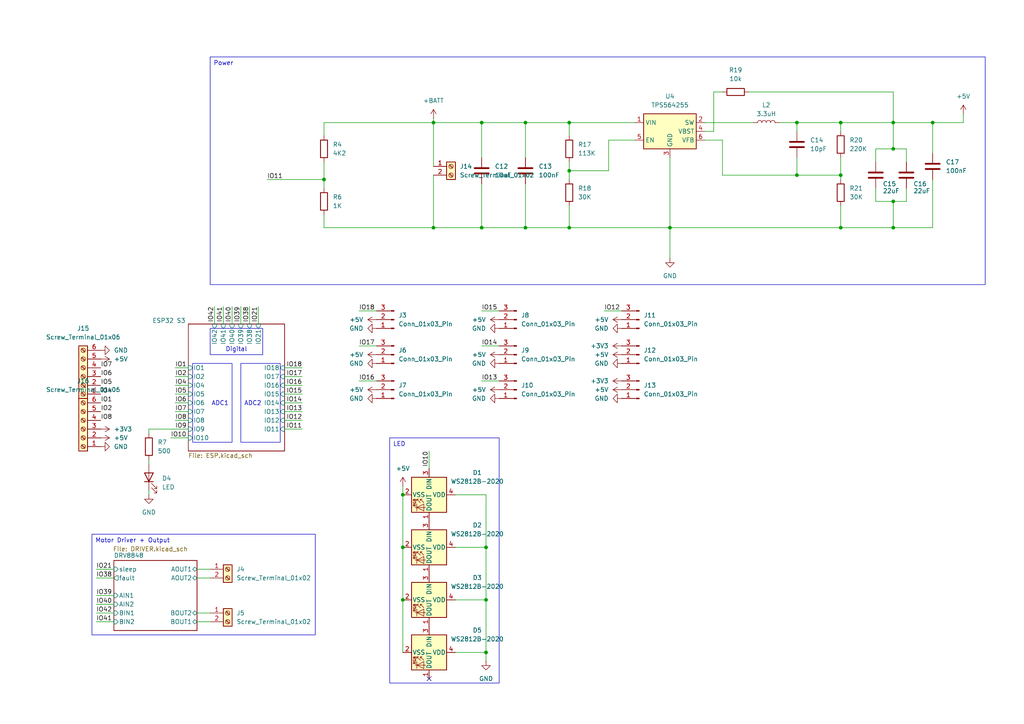
<source format=kicad_sch>
(kicad_sch (version 20250114) (generator "eeschema") (generator_version "9.0")
  (paper "A4")
  (lib_symbols
    (symbol "Connector:Conn_01x03_Pin" (pin_names (offset 1.016) (hide yes))
      (property "Reference" "J" (at 0 5.08 0))
      (property "Value" "Conn_01x03_Pin" (at 0 -5.08 0))
      (symbol "Conn_01x03_Pin_1_1"
        (rectangle (start 0.8636 2.667) (end 0 2.413) (stroke (width 0.1524)) (fill (type outline)))
        (rectangle (start 0.8636 0.127) (end 0 -0.127) (stroke (width 0.1524)) (fill (type outline)))
        (rectangle (start 0.8636 -2.413) (end 0 -2.667) (stroke (width 0.1524)) (fill (type outline)))
        (polyline (pts (xy 1.27 2.54) (xy 0.8636 2.54)) (stroke (width 0.1524)))
        (polyline (pts (xy 1.27 0) (xy 0.8636 0)) (stroke (width 0.1524)))
        (polyline (pts (xy 1.27 -2.54) (xy 0.8636 -2.54)) (stroke (width 0.1524)))
        (pin passive line (at 5.08 2.54 180) (length 3.81) (name "Pin_1") (number "1"))
        (pin passive line (at 5.08 0 180) (length 3.81) (name "Pin_2") (number "2"))
        (pin passive line (at 5.08 -2.54 180) (length 3.81) (name "Pin_3") (number "3"))
      )
    )
    (symbol "Connector:Screw_Terminal_01x02" (pin_names (offset 1.016) (hide yes))
      (property "Reference" "J" (at 0 2.54 0))
      (property "Value" "Screw_Terminal_01x02" (at 0 -5.08 0))
      (symbol "Screw_Terminal_01x02_1_1"
        (rectangle (start -1.27 1.27) (end 1.27 -3.81) (stroke (width 0.254)) (fill (type background)))
        (polyline (pts (xy -0.5334 0.3302) (xy 0.3302 -0.508)) (stroke (width 0.1524)))
        (polyline (pts (xy -0.5334 -2.2098) (xy 0.3302 -3.048)) (stroke (width 0.1524)))
        (polyline (pts (xy -0.3556 0.508) (xy 0.508 -0.3302)) (stroke (width 0.1524)))
        (polyline (pts (xy -0.3556 -2.032) (xy 0.508 -2.8702)) (stroke (width 0.1524)))
        (circle (center 0 0) (radius 0.635) (stroke (width 0.1524)))
        (circle (center 0 -2.54) (radius 0.635) (stroke (width 0.1524)))
        (pin passive line (at -5.08 0 0) (length 3.81) (name "Pin_1") (number "1"))
        (pin passive line (at -5.08 -2.54 0) (length 3.81) (name "Pin_2") (number "2"))
      )
    )
    (symbol "Connector:Screw_Terminal_01x06" (pin_names (offset 1.016) (hide yes))
      (property "Reference" "J" (at 0 7.62 0))
      (property "Value" "Screw_Terminal_01x06" (at 0 -10.16 0))
      (symbol "Screw_Terminal_01x06_1_1"
        (rectangle (start -1.27 6.35) (end 1.27 -8.89) (stroke (width 0.254)) (fill (type background)))
        (polyline (pts (xy -0.5334 5.4102) (xy 0.3302 4.572)) (stroke (width 0.1524)))
        (polyline (pts (xy -0.5334 2.8702) (xy 0.3302 2.032)) (stroke (width 0.1524)))
        (polyline (pts (xy -0.5334 0.3302) (xy 0.3302 -0.508)) (stroke (width 0.1524)))
        (polyline (pts (xy -0.5334 -2.2098) (xy 0.3302 -3.048)) (stroke (width 0.1524)))
        (polyline (pts (xy -0.5334 -4.7498) (xy 0.3302 -5.588)) (stroke (width 0.1524)))
        (polyline (pts (xy -0.5334 -7.2898) (xy 0.3302 -8.128)) (stroke (width 0.1524)))
        (polyline (pts (xy -0.3556 5.588) (xy 0.508 4.7498)) (stroke (width 0.1524)))
        (polyline (pts (xy -0.3556 3.048) (xy 0.508 2.2098)) (stroke (width 0.1524)))
        (polyline (pts (xy -0.3556 0.508) (xy 0.508 -0.3302)) (stroke (width 0.1524)))
        (polyline (pts (xy -0.3556 -2.032) (xy 0.508 -2.8702)) (stroke (width 0.1524)))
        (polyline (pts (xy -0.3556 -4.572) (xy 0.508 -5.4102)) (stroke (width 0.1524)))
        (polyline (pts (xy -0.3556 -7.112) (xy 0.508 -7.9502)) (stroke (width 0.1524)))
        (circle (center 0 5.08) (radius 0.635) (stroke (width 0.1524)))
        (circle (center 0 2.54) (radius 0.635) (stroke (width 0.1524)))
        (circle (center 0 0) (radius 0.635) (stroke (width 0.1524)))
        (circle (center 0 -2.54) (radius 0.635) (stroke (width 0.1524)))
        (circle (center 0 -5.08) (radius 0.635) (stroke (width 0.1524)))
        (circle (center 0 -7.62) (radius 0.635) (stroke (width 0.1524)))
        (pin passive line (at -5.08 5.08 0) (length 3.81) (name "Pin_1") (number "1"))
        (pin passive line (at -5.08 2.54 0) (length 3.81) (name "Pin_2") (number "2"))
        (pin passive line (at -5.08 0 0) (length 3.81) (name "Pin_3") (number "3"))
        (pin passive line (at -5.08 -2.54 0) (length 3.81) (name "Pin_4") (number "4"))
        (pin passive line (at -5.08 -5.08 0) (length 3.81) (name "Pin_5") (number "5"))
        (pin passive line (at -5.08 -7.62 0) (length 3.81) (name "Pin_6") (number "6"))
      )
    )
    (symbol "Device:C" (pin_numbers (hide yes)) (pin_names (offset 0.254))
      (property "Reference" "C" (at 0.635 2.54 0))
      (property "Value" "C" (at 0.635 -2.54 0))
      (symbol "C_0_1"
        (polyline (pts (xy -2.032 0.762) (xy 2.032 0.762)) (stroke (width 0.508)))
        (polyline (pts (xy -2.032 -0.762) (xy 2.032 -0.762)) (stroke (width 0.508)))
      )
      (symbol "C_1_1"
        (pin passive line (at 0 3.81 270) (length 2.794) (name "~") (number "1"))
        (pin passive line (at 0 -3.81 90) (length 2.794) (name "~") (number "2"))
      )
    )
    (symbol "Device:L" (pin_numbers (hide yes)) (pin_names (offset 1.016) (hide yes))
      (property "Reference" "L" (at -1.27 0 90))
      (property "Value" "L" (at 1.905 0 90))
      (symbol "L_0_1"
        (arc (start 0 2.54) (mid 0.6323 1.905) (end 0 1.27))
        (arc (start 0 1.27) (mid 0.6323 0.635) (end 0 0))
        (arc (start 0 0) (mid 0.6323 -0.635) (end 0 -1.27))
        (arc (start 0 -1.27) (mid 0.6323 -1.905) (end 0 -2.54))
      )
      (symbol "L_1_1"
        (pin passive line (at 0 3.81 270) (length 1.27) (name "1") (number "1"))
        (pin passive line (at 0 -3.81 90) (length 1.27) (name "2") (number "2"))
      )
    )
    (symbol "Device:LED" (pin_numbers (hide yes)) (pin_names (offset 1.016) (hide yes))
      (property "Reference" "D" (at 0 2.54 0))
      (property "Value" "LED" (at 0 -2.54 0))
      (symbol "LED_0_1"
        (polyline (pts (xy -3.048 -0.762) (xy -4.572 -2.286) (xy -3.81 -2.286) (xy -4.572 -2.286) (xy -4.572 -1.524)))
        (polyline (pts (xy -1.778 -0.762) (xy -3.302 -2.286) (xy -2.54 -2.286) (xy -3.302 -2.286) (xy -3.302 -1.524)))
        (polyline (pts (xy -1.27 0) (xy 1.27 0)))
        (polyline (pts (xy -1.27 -1.27) (xy -1.27 1.27)) (stroke (width 0.254)))
        (polyline (pts (xy 1.27 -1.27) (xy 1.27 1.27) (xy -1.27 0) (xy 1.27 -1.27)) (stroke (width 0.254)))
      )
      (symbol "LED_1_1"
        (pin passive line (at -3.81 0 0) (length 2.54) (name "K") (number "1"))
        (pin passive line (at 3.81 0 180) (length 2.54) (name "A") (number "2"))
      )
    )
    (symbol "Device:R" (pin_numbers (hide yes)) (pin_names (offset 0))
      (property "Reference" "R" (at 2.032 0 90))
      (property "Value" "R" (at 0 0 90))
      (symbol "R_0_1"
        (rectangle (start -1.016 -2.54) (end 1.016 2.54) (stroke (width 0.254)))
      )
      (symbol "R_1_1"
        (pin passive line (at 0 3.81 270) (length 1.27) (name "~") (number "1"))
        (pin passive line (at 0 -3.81 90) (length 1.27) (name "~") (number "2"))
      )
    )
    (symbol "LED:WS2812B-2020" (pin_names (offset 0.254))
      (property "Reference" "D" (at 5.08 5.715 0))
      (property "Value" "WS2812B-2020" (at 1.27 -5.715 0))
      (symbol "WS2812B-2020_0_0"
        (text "RGB" (at 2.286 -4.191 0) (effects (font (size 0.762 0.762))))
      )
      (symbol "WS2812B-2020_0_1"
        (polyline (pts (xy 1.27 -2.54) (xy 1.778 -2.54)))
        (polyline (pts (xy 1.27 -3.556) (xy 1.778 -3.556)))
        (polyline (pts (xy 2.286 -1.524) (xy 1.27 -2.54) (xy 1.27 -2.032)))
        (polyline (pts (xy 2.286 -2.54) (xy 1.27 -3.556) (xy 1.27 -3.048)))
        (polyline (pts (xy 3.683 -1.016) (xy 3.683 -3.556) (xy 3.683 -4.064)))
        (polyline (pts (xy 4.699 -1.524) (xy 2.667 -1.524) (xy 3.683 -3.556) (xy 4.699 -1.524)))
        (polyline (pts (xy 4.699 -3.556) (xy 2.667 -3.556)))
        (rectangle (start 5.08 5.08) (end -5.08 -5.08) (stroke (width 0.254)) (fill (type background)))
      )
      (symbol "WS2812B-2020_1_1"
        (pin input line (at -7.62 0 0) (length 2.54) (name "DIN") (number "3"))
        (pin power_in line (at 0 7.62 270) (length 2.54) (name "VDD") (number "4"))
        (pin power_in line (at 0 -7.62 90) (length 2.54) (name "VSS") (number "2"))
        (pin output line (at 7.62 0 180) (length 2.54) (name "DOUT") (number "1"))
      )
    )
    (symbol "Regulator_Switching:TPS562202S"
      (property "Reference" "U" (at -7.62 6.35 0))
      (property "Value" "TPS562202S" (at -2.54 6.35 0))
      (symbol "TPS562202S_0_1"
        (rectangle (start -7.62 5.08) (end 7.62 -5.08) (stroke (width 0.254)) (fill (type background)))
      )
      (symbol "TPS562202S_1_1"
        (pin power_in line (at -10.16 2.54 0) (length 2.54) (name "VIN") (number "1"))
        (pin input line (at -10.16 -2.54 0) (length 2.54) (name "EN") (number "5"))
        (pin power_in line (at 0 -7.62 90) (length 2.54) (name "GND") (number "3"))
        (pin output line (at 10.16 2.54 180) (length 2.54) (name "SW") (number "2"))
        (pin passive line (at 10.16 0 180) (length 2.54) (name "VBST") (number "4"))
        (pin input line (at 10.16 -2.54 180) (length 2.54) (name "VFB") (number "6"))
      )
    )
    (symbol "power:+3V3" (power) (pin_numbers (hide yes)) (pin_names (offset 0) (hide yes))
      (property "Value" "+3V3" (at 0 3.556 0))
      (symbol "+3V3_0_1"
        (polyline (pts (xy -0.762 1.27) (xy 0 2.54)))
        (polyline (pts (xy 0 2.54) (xy 0.762 1.27)))
        (polyline (pts (xy 0 0) (xy 0 2.54)))
      )
      (symbol "+3V3_1_1"
        (pin power_in line (at 0 0 90) (length 0) (name "~") (number "1"))
      )
    )
    (symbol "power:+5V" (power) (pin_numbers (hide yes)) (pin_names (offset 0) (hide yes))
      (property "Value" "+5V" (at 0 3.556 0))
      (symbol "+5V_0_1"
        (polyline (pts (xy -0.762 1.27) (xy 0 2.54)))
        (polyline (pts (xy 0 2.54) (xy 0.762 1.27)))
        (polyline (pts (xy 0 0) (xy 0 2.54)))
      )
      (symbol "+5V_1_1"
        (pin power_in line (at 0 0 90) (length 0) (name "~") (number "1"))
      )
    )
    (symbol "power:+BATT" (power) (pin_numbers (hide yes)) (pin_names (offset 0) (hide yes))
      (property "Value" "+BATT" (at 0 3.556 0))
      (symbol "+BATT_0_1"
        (polyline (pts (xy -0.762 1.27) (xy 0 2.54)))
        (polyline (pts (xy 0 2.54) (xy 0.762 1.27)))
        (polyline (pts (xy 0 0) (xy 0 2.54)))
      )
      (symbol "+BATT_1_1"
        (pin power_in line (at 0 0 90) (length 0) (name "~") (number "1"))
      )
    )
    (symbol "power:GND" (power) (pin_numbers (hide yes)) (pin_names (offset 0) (hide yes))
      (property "Value" "GND" (at 0 -3.81 0))
      (symbol "GND_0_1"
        (polyline (pts (xy 0 0) (xy 0 -1.27) (xy 1.27 -1.27) (xy 0 -2.54) (xy -1.27 -1.27) (xy 0 -1.27)))
      )
      (symbol "GND_1_1"
        (pin power_in line (at 0 0 270) (length 0) (name "~") (number "1"))
      )
    )
  )
  (text_box "ADC1\n" (at 55.88 105.41 0) (size 11.43 22.86) (margins 0.9525 0.9525 0.9525 0.9525) (effects (font (size 1.27 1.27)) (justify right)))
  (text_box "LED\n" (at 113.03 127 0) (size 31.75 71.12) (margins 0.9525 0.9525 0.9525 0.9525) (effects (font (size 1.27 1.27)) (justify left top)))
  (text_box "Motor Driver + Output\n" (at 26.67 154.94 0) (size 64.77 29.21) (margins 0.9525 0.9525 0.9525 0.9525) (effects (font (size 1.27 1.27)) (justify left top)))
  (text_box "ADC2\n" (at 69.85 105.41 0) (size 11.43 22.86) (margins 0.9525 0.9525 0.9525 0.9525) (effects (font (size 1.27 1.27)) (justify left)))
  (text_box "Digital" (at 60.96 95.25 0) (size 15.24 7.62) (margins 0.9525 0.9525 0.9525 0.9525) (effects (font (size 1.27 1.27)) (justify bottom)))
  (text_box "Power\n" (at 60.96 16.51 0) (size 224.79 66.04) (margins 0.9525 0.9525 0.9525 0.9525) (effects (font (size 1.27 1.27)) (justify left top)))
  (junction (at 231.14 50.8))
  (junction (at 165.1 35.56))
  (junction (at 243.84 35.56))
  (junction (at 259.08 66.04))
  (junction (at 93.98 52.07))
  (junction (at 125.73 35.56))
  (junction (at 259.08 58.42))
  (junction (at 152.4 66.04))
  (junction (at 116.84 173.99))
  (junction (at 243.84 50.8))
  (junction (at 165.1 49.53))
  (junction (at 194.31 66.04))
  (junction (at 140.97 158.75))
  (junction (at 231.14 35.56))
  (junction (at 152.4 35.56))
  (junction (at 165.1 66.04))
  (junction (at 139.7 66.04))
  (junction (at 116.84 143.51))
  (junction (at 259.08 35.56))
  (junction (at 259.08 43.18))
  (junction (at 139.7 35.56))
  (junction (at 116.84 158.75))
  (junction (at 243.84 66.04))
  (junction (at 140.97 189.23))
  (junction (at 270.51 35.56))
  (junction (at 125.73 66.04))
  (junction (at 140.97 173.99))
  (no_connect (at 124.46 196.85))
  (wire (pts (xy 104.14 100.33) (xy 109.22 100.33)))
  (wire (pts (xy 116.84 158.75) (xy 116.84 173.99)))
  (wire (pts (xy 270.51 66.04) (xy 270.51 52.07)))
  (wire (pts (xy 43.18 125.73) (xy 43.18 124.46)))
  (wire (pts (xy 124.46 130.81) (xy 124.46 135.89)))
  (wire (pts (xy 116.84 173.99) (xy 116.84 189.23)))
  (wire (pts (xy 60.96 165.1) (xy 57.15 165.1)))
  (wire (pts (xy 116.84 140.97) (xy 116.84 143.51)))
  (wire (pts (xy 132.08 173.99) (xy 140.97 173.99)))
  (wire (pts (xy 207.01 26.67) (xy 209.55 26.67)))
  (wire (pts (xy 194.31 66.04) (xy 194.31 74.93)))
  (wire (pts (xy 57.15 180.34) (xy 60.96 180.34)))
  (wire (pts (xy 93.98 35.56) (xy 93.98 39.37)))
  (wire (pts (xy 165.1 66.04) (xy 194.31 66.04)))
  (wire (pts (xy 93.98 52.07) (xy 93.98 54.61)))
  (wire (pts (xy 165.1 59.69) (xy 165.1 66.04)))
  (wire (pts (xy 27.94 177.8) (xy 33.02 177.8)))
  (wire (pts (xy 254 46.99) (xy 254 43.18)))
  (wire (pts (xy 50.8 119.38) (xy 54.61 119.38)))
  (wire (pts (xy 184.15 35.56) (xy 165.1 35.56)))
  (wire (pts (xy 125.73 35.56) (xy 93.98 35.56)))
  (wire (pts (xy 27.94 165.1) (xy 33.02 165.1)))
  (wire (pts (xy 125.73 35.56) (xy 125.73 48.26)))
  (wire (pts (xy 209.55 40.64) (xy 209.55 50.8)))
  (wire (pts (xy 82.55 124.46) (xy 87.63 124.46)))
  (wire (pts (xy 262.89 58.42) (xy 262.89 54.61)))
  (wire (pts (xy 165.1 46.99) (xy 165.1 49.53)))
  (wire (pts (xy 43.18 142.24) (xy 43.18 143.51)))
  (wire (pts (xy 176.53 49.53) (xy 165.1 49.53)))
  (wire (pts (xy 139.7 90.17) (xy 144.78 90.17)))
  (wire (pts (xy 209.55 50.8) (xy 231.14 50.8)))
  (wire (pts (xy 165.1 35.56) (xy 165.1 39.37)))
  (wire (pts (xy 243.84 45.72) (xy 243.84 50.8)))
  (wire (pts (xy 243.84 59.69) (xy 243.84 66.04)))
  (wire (pts (xy 259.08 35.56) (xy 270.51 35.56)))
  (wire (pts (xy 254 54.61) (xy 254 58.42)))
  (wire (pts (xy 82.55 109.22) (xy 87.63 109.22)))
  (wire (pts (xy 43.18 133.35) (xy 43.18 134.62)))
  (wire (pts (xy 27.94 167.64) (xy 33.02 167.64)))
  (wire (pts (xy 50.8 109.22) (xy 54.61 109.22)))
  (wire (pts (xy 27.94 172.72) (xy 33.02 172.72)))
  (wire (pts (xy 259.08 35.56) (xy 259.08 43.18)))
  (wire (pts (xy 270.51 35.56) (xy 279.4 35.56)))
  (wire (pts (xy 231.14 35.56) (xy 231.14 38.1)))
  (wire (pts (xy 243.84 38.1) (xy 243.84 35.56)))
  (wire (pts (xy 152.4 53.34) (xy 152.4 66.04)))
  (wire (pts (xy 152.4 35.56) (xy 165.1 35.56)))
  (wire (pts (xy 254 43.18) (xy 259.08 43.18)))
  (wire (pts (xy 93.98 62.23) (xy 93.98 66.04)))
  (wire (pts (xy 207.01 38.1) (xy 207.01 26.67)))
  (wire (pts (xy 116.84 143.51) (xy 116.84 158.75)))
  (wire (pts (xy 259.08 58.42) (xy 262.89 58.42)))
  (wire (pts (xy 139.7 35.56) (xy 152.4 35.56)))
  (wire (pts (xy 139.7 66.04) (xy 152.4 66.04)))
  (wire (pts (xy 82.55 111.76) (xy 87.63 111.76)))
  (wire (pts (xy 279.4 33.02) (xy 279.4 35.56)))
  (wire (pts (xy 69.85 88.9) (xy 69.85 93.98)))
  (wire (pts (xy 176.53 40.64) (xy 176.53 49.53)))
  (wire (pts (xy 50.8 114.3) (xy 54.61 114.3)))
  (wire (pts (xy 231.14 50.8) (xy 231.14 45.72)))
  (wire (pts (xy 104.14 110.49) (xy 109.22 110.49)))
  (wire (pts (xy 67.31 88.9) (xy 67.31 93.98)))
  (wire (pts (xy 139.7 110.49) (xy 144.78 110.49)))
  (wire (pts (xy 82.55 114.3) (xy 87.63 114.3)))
  (wire (pts (xy 175.26 90.17) (xy 180.34 90.17)))
  (wire (pts (xy 259.08 26.67) (xy 259.08 35.56)))
  (wire (pts (xy 139.7 53.34) (xy 139.7 66.04)))
  (wire (pts (xy 140.97 158.75) (xy 132.08 158.75)))
  (wire (pts (xy 132.08 189.23) (xy 140.97 189.23)))
  (wire (pts (xy 204.47 38.1) (xy 207.01 38.1)))
  (wire (pts (xy 57.15 177.8) (xy 60.96 177.8)))
  (wire (pts (xy 217.17 26.67) (xy 259.08 26.67)))
  (wire (pts (xy 49.53 127) (xy 54.61 127)))
  (wire (pts (xy 27.94 175.26) (xy 33.02 175.26)))
  (wire (pts (xy 194.31 45.72) (xy 194.31 66.04)))
  (wire (pts (xy 194.31 66.04) (xy 243.84 66.04)))
  (wire (pts (xy 226.06 35.56) (xy 231.14 35.56)))
  (wire (pts (xy 43.18 124.46) (xy 54.61 124.46)))
  (wire (pts (xy 64.77 88.9) (xy 64.77 93.98)))
  (wire (pts (xy 125.73 66.04) (xy 139.7 66.04)))
  (wire (pts (xy 139.7 100.33) (xy 144.78 100.33)))
  (wire (pts (xy 152.4 66.04) (xy 165.1 66.04)))
  (wire (pts (xy 125.73 50.8) (xy 125.73 66.04)))
  (wire (pts (xy 204.47 35.56) (xy 218.44 35.56)))
  (wire (pts (xy 125.73 35.56) (xy 139.7 35.56)))
  (wire (pts (xy 243.84 35.56) (xy 231.14 35.56)))
  (wire (pts (xy 270.51 35.56) (xy 270.51 44.45)))
  (wire (pts (xy 82.55 116.84) (xy 87.63 116.84)))
  (wire (pts (xy 140.97 143.51) (xy 140.97 158.75)))
  (wire (pts (xy 62.23 88.9) (xy 62.23 93.98)))
  (wire (pts (xy 243.84 35.56) (xy 259.08 35.56)))
  (wire (pts (xy 82.55 106.68) (xy 87.63 106.68)))
  (wire (pts (xy 74.93 88.9) (xy 74.93 93.98)))
  (wire (pts (xy 254 58.42) (xy 259.08 58.42)))
  (wire (pts (xy 93.98 66.04) (xy 125.73 66.04)))
  (wire (pts (xy 140.97 158.75) (xy 140.97 173.99)))
  (wire (pts (xy 243.84 66.04) (xy 259.08 66.04)))
  (wire (pts (xy 140.97 173.99) (xy 140.97 189.23)))
  (wire (pts (xy 165.1 49.53) (xy 165.1 52.07)))
  (wire (pts (xy 93.98 46.99) (xy 93.98 52.07)))
  (wire (pts (xy 72.39 88.9) (xy 72.39 93.98)))
  (wire (pts (xy 82.55 119.38) (xy 87.63 119.38)))
  (wire (pts (xy 132.08 143.51) (xy 140.97 143.51)))
  (wire (pts (xy 139.7 45.72) (xy 139.7 35.56)))
  (wire (pts (xy 82.55 121.92) (xy 87.63 121.92)))
  (wire (pts (xy 140.97 189.23) (xy 140.97 191.77)))
  (wire (pts (xy 204.47 40.64) (xy 209.55 40.64)))
  (wire (pts (xy 104.14 90.17) (xy 109.22 90.17)))
  (wire (pts (xy 27.94 180.34) (xy 33.02 180.34)))
  (wire (pts (xy 259.08 43.18) (xy 262.89 43.18)))
  (wire (pts (xy 259.08 66.04) (xy 270.51 66.04)))
  (wire (pts (xy 231.14 50.8) (xy 243.84 50.8)))
  (wire (pts (xy 259.08 58.42) (xy 259.08 66.04)))
  (wire (pts (xy 262.89 43.18) (xy 262.89 46.99)))
  (wire (pts (xy 50.8 111.76) (xy 54.61 111.76)))
  (wire (pts (xy 50.8 121.92) (xy 54.61 121.92)))
  (wire (pts (xy 184.15 40.64) (xy 176.53 40.64)))
  (wire (pts (xy 77.47 52.07) (xy 93.98 52.07)))
  (wire (pts (xy 125.73 34.29) (xy 125.73 35.56)))
  (wire (pts (xy 50.8 106.68) (xy 54.61 106.68)))
  (wire (pts (xy 60.96 167.64) (xy 57.15 167.64)))
  (wire (pts (xy 50.8 116.84) (xy 54.61 116.84)))
  (wire (pts (xy 152.4 35.56) (xy 152.4 45.72)))
  (wire (pts (xy 243.84 50.8) (xy 243.84 52.07)))
  (label "IO41" (at 64.77 88.9 270))
  (label "IO4" (at 29.21 114.3 0))
  (label "IO14" (at 87.63 116.84 180))
  (label "IO7" (at 50.8 119.38 0))
  (label "IO13" (at 139.7 110.49 0))
  (label "IO5" (at 50.8 114.3 0))
  (label "IO38" (at 72.39 88.9 270))
  (label "IO13" (at 87.63 119.38 180))
  (label "IO16" (at 87.63 111.76 180))
  (label "IO38" (at 27.94 167.64 0))
  (label "IO8" (at 50.8 121.92 0))
  (label "IO11" (at 87.63 124.46 180))
  (label "IO6" (at 29.21 109.22 0))
  (label "IO39" (at 69.85 88.9 270))
  (label "IO4" (at 50.8 111.76 0))
  (label "IO11" (at 77.47 52.07 0))
  (label "IO14" (at 139.7 100.33 0))
  (label "IO18" (at 87.63 106.68 180))
  (label "IO2" (at 29.21 119.38 0))
  (label "IO21" (at 27.94 165.1 0))
  (label "IO9" (at 50.8 124.46 0))
  (label "IO10" (at 49.53 127 0))
  (label "IO10" (at 124.46 130.81 270))
  (label "IO17" (at 87.63 109.22 180))
  (label "IO8" (at 29.21 121.92 0))
  (label "IO42" (at 27.94 177.8 0))
  (label "IO40" (at 67.31 88.9 270))
  (label "IO12" (at 175.26 90.17 0))
  (label "IO40" (at 27.94 175.26 0))
  (label "IO12" (at 87.63 121.92 180))
  (label "IO6" (at 50.8 116.84 0))
  (label "IO42" (at 62.23 88.9 270))
  (label "IO1" (at 29.21 116.84 0))
  (label "IO39" (at 27.94 172.72 0))
  (label "IO41" (at 27.94 180.34 0))
  (label "IO21" (at 74.93 88.9 270))
  (label "IO17" (at 104.14 100.33 0))
  (label "IO16" (at 104.14 110.49 0))
  (label "IO5" (at 29.21 111.76 0))
  (label "IO18" (at 104.14 90.17 0))
  (label "IO7" (at 29.21 106.68 0))
  (label "IO15" (at 139.7 90.17 0))
  (label "IO1" (at 50.8 106.68 0))
  (label "IO15" (at 87.63 114.3 180))
  (label "IO2" (at 50.8 109.22 0))
  (symbol (lib_id "power:+3V3") (at 180.34 100.33 90) (unit 1)
    (property "Reference" "#PWR043" (effects (hide yes)))
    (property "Value" "+3V3" (at 176.53 100.3299 90) (effects (justify left)))
    (property "Description" "Power symbol creates a global label with name \"+3V3\"" (effects (hide yes)))
  )
  (symbol (lib_id "Device:R") (at 213.36 26.67 90) (unit 1)
    (property "Reference" "R19" (at 213.36 20.32 90))
    (property "Value" "10k" (at 213.36 22.86 90))
    (property "Footprint" "Resistor_SMD:R_1206_3216Metric" (effects (hide yes)))
    (property "Description" "Resistor" (effects (hide yes)))
  )
  (symbol (lib_id "power:+BATT") (at 125.73 34.29 0) (unit 1)
    (property "Reference" "#PWR024" (effects (hide yes)))
    (property "Value" "+BATT" (at 125.73 29.21 0))
    (property "Description" "Power symbol creates a global label with name \"+BATT\"" (effects (hide yes)))
  )
  (symbol (lib_id "power:+5V") (at 116.84 140.97 0) (unit 1)
    (property "Reference" "#PWR01" (effects (hide yes)))
    (property "Value" "+5V" (at 116.84 135.89 0))
    (property "Description" "Power symbol creates a global label with name \"+5V\"" (effects (hide yes)))
  )
  (symbol (lib_id "Device:R") (at 165.1 55.88 0) (unit 1)
    (property "Reference" "R18" (at 167.64 54.6099 0) (effects (justify left)))
    (property "Value" "30K" (at 167.64 57.1499 0) (effects (justify left)))
    (property "Footprint" "Resistor_SMD:R_1206_3216Metric" (effects (hide yes)))
    (property "Description" "Resistor" (effects (hide yes)))
  )
  (symbol (lib_id "Device:C") (at 139.7 49.53 0) (unit 1)
    (property "Reference" "C12" (at 143.51 48.2599 0) (effects (justify left)))
    (property "Value" "10uF" (at 143.51 50.7999 0) (effects (justify left)))
    (property "Footprint" "Capacitor_SMD:C_1206_3216Metric" (effects (hide yes)))
    (property "Description" "Unpolarized capacitor" (effects (hide yes)))
  )
  (symbol (lib_id "power:GND") (at 180.34 115.57 270) (unit 1)
    (property "Reference" "#PWR042" (effects (hide yes)))
    (property "Value" "GND" (at 176.53 115.5699 90) (effects (justify right)))
    (property "Description" "Power symbol creates a global label with name \"GND\" , ground" (effects (hide yes)))
  )
  (symbol (lib_id "power:GND") (at 43.18 143.51 0) (unit 1)
    (property "Reference" "#PWR03" (effects (hide yes)))
    (property "Value" "GND" (at 43.18 148.59 0))
    (property "Description" "Power symbol creates a global label with name \"GND\" , ground" (effects (hide yes)))
  )
  (symbol (lib_id "Device:C") (at 231.14 41.91 0) (unit 1)
    (property "Reference" "C14" (at 234.95 40.6399 0) (effects (justify left)))
    (property "Value" "10pF" (at 234.95 43.1799 0) (effects (justify left)))
    (property "Footprint" "Capacitor_SMD:C_1206_3216Metric" (effects (hide yes)))
    (property "Description" "Unpolarized capacitor" (effects (hide yes)))
  )
  (symbol (lib_id "Connector:Screw_Terminal_01x06") (at 24.13 109.22 180) (unit 1)
    (property "Reference" "J15" (at 24.13 95.25 0))
    (property "Value" "Screw_Terminal_01x06" (at 24.13 97.79 0))
    (property "Footprint" "TerminalBlock:TerminalBlock_MaiXu_MX126-5.0-06P_1x06_P5.00mm" (effects (hide yes)))
    (property "Description" "Generic screw terminal, single row, 01x06, script generated (kicad-library-utils/schlib/autogen/connector/)" (effects (hide yes)))
  )
  (symbol (lib_id "power:GND") (at 109.22 115.57 270) (unit 1)
    (property "Reference" "#PWR030" (effects (hide yes)))
    (property "Value" "GND" (at 105.41 115.5699 90) (effects (justify right)))
    (property "Description" "Power symbol creates a global label with name \"GND\" , ground" (effects (hide yes)))
  )
  (symbol (lib_id "power:GND") (at 29.21 101.6 90) (mirror x) (unit 1)
    (property "Reference" "#PWR017" (effects (hide yes)))
    (property "Value" "GND" (at 33.02 101.6001 90) (effects (justify right)))
    (property "Description" "Power symbol creates a global label with name \"GND\" , ground" (effects (hide yes)))
  )
  (symbol (lib_id "power:+5V") (at 29.21 127 270) (mirror x) (unit 1)
    (property "Reference" "#PWR06" (effects (hide yes)))
    (property "Value" "+5V" (at 33.02 127.0001 90) (effects (justify left)))
    (property "Description" "Power symbol creates a global label with name \"+5V\"" (effects (hide yes)))
  )
  (symbol (lib_id "power:GND") (at 144.78 95.25 270) (unit 1)
    (property "Reference" "#PWR032" (effects (hide yes)))
    (property "Value" "GND" (at 140.97 95.2499 90) (effects (justify right)))
    (property "Description" "Power symbol creates a global label with name \"GND\" , ground" (effects (hide yes)))
  )
  (symbol (lib_id "Device:LED") (at 43.18 138.43 90) (unit 1)
    (property "Reference" "D4" (at 46.99 138.7474 90) (effects (justify right)))
    (property "Value" "LED" (at 46.99 141.2874 90) (effects (justify right)))
    (property "Footprint" "LED_SMD:LED_0805_2012Metric" (effects (hide yes)))
    (property "Description" "Light emitting diode" (effects (hide yes)))
    (property "Sim.Pins" "1=K 2=A" (effects (hide yes)))
  )
  (symbol (lib_id "Device:R") (at 43.18 129.54 0) (unit 1)
    (property "Reference" "R7" (at 45.72 128.2699 0) (effects (justify left)))
    (property "Value" "500" (at 45.72 130.8099 0) (effects (justify left)))
    (property "Footprint" "Resistor_SMD:R_1206_3216Metric" (effects (hide yes)))
    (property "Description" "Resistor" (effects (hide yes)))
  )
  (symbol (lib_id "Connector:Conn_01x03_Pin") (at 149.86 113.03 180) (unit 1)
    (property "Reference" "J10" (at 151.13 111.7599 0) (effects (justify right)))
    (property "Value" "Conn_01x03_Pin" (at 151.13 114.2999 0) (effects (justify right)))
    (property "Footprint" "CustomConnector:PinHeader_1x03_P2.54mm_Vertical_0Yard" (effects (hide yes)))
    (property "Description" "Generic connector, single row, 01x03, script generated" (effects (hide yes)))
  )
  (symbol (lib_id "power:GND") (at 180.34 95.25 270) (unit 1)
    (property "Reference" "#PWR038" (effects (hide yes)))
    (property "Value" "GND" (at 176.53 95.2499 90) (effects (justify right)))
    (property "Description" "Power symbol creates a global label with name \"GND\" , ground" (effects (hide yes)))
  )
  (symbol (lib_id "Connector:Screw_Terminal_01x02") (at 66.04 177.8 0) (unit 1)
    (property "Reference" "J5" (at 68.58 177.7999 0) (effects (justify left)))
    (property "Value" "Screw_Terminal_01x02" (at 68.58 180.3399 0) (effects (justify left)))
    (property "Footprint" "TerminalBlock:TerminalBlock_MaiXu_MX126-5.0-02P_1x02_P5.00mm" (effects (hide yes)))
    (property "Description" "Generic screw terminal, single row, 01x02, script generated (kicad-library-utils/schlib/autogen/connector/)" (effects (hide yes)))
  )
  (symbol (lib_id "power:GND") (at 180.34 105.41 270) (unit 1)
    (property "Reference" "#PWR040" (effects (hide yes)))
    (property "Value" "GND" (at 176.53 105.4099 90) (effects (justify right)))
    (property "Description" "Power symbol creates a global label with name \"GND\" , ground" (effects (hide yes)))
  )
  (symbol (lib_id "power:GND") (at 29.21 129.54 90) (mirror x) (unit 1)
    (property "Reference" "#PWR04" (effects (hide yes)))
    (property "Value" "GND" (at 33.02 129.5401 90) (effects (justify right)))
    (property "Description" "Power symbol creates a global label with name \"GND\" , ground" (effects (hide yes)))
  )
  (symbol (lib_id "power:GND") (at 109.22 95.25 270) (unit 1)
    (property "Reference" "#PWR021" (effects (hide yes)))
    (property "Value" "GND" (at 105.41 95.2499 90) (effects (justify right)))
    (property "Description" "Power symbol creates a global label with name \"GND\" , ground" (effects (hide yes)))
  )
  (symbol (lib_id "power:+5V") (at 180.34 92.71 90) (unit 1)
    (property "Reference" "#PWR037" (effects (hide yes)))
    (property "Value" "+5V" (at 176.53 92.7099 90) (effects (justify left)))
    (property "Description" "Power symbol creates a global label with name \"+5V\"" (effects (hide yes)))
  )
  (symbol (lib_id "power:GND") (at 140.97 191.77 0) (unit 1)
    (property "Reference" "#PWR02" (effects (hide yes)))
    (property "Value" "GND" (at 140.97 196.85 0))
    (property "Description" "Power symbol creates a global label with name \"GND\" , ground" (effects (hide yes)))
  )
  (symbol (lib_id "Device:C") (at 254 50.8 0) (unit 1)
    (property "Reference" "C15" (at 256.032 53.34 0) (effects (justify left)))
    (property "Value" "22uF" (at 256.032 55.372 0) (effects (justify left)))
    (property "Footprint" "Capacitor_SMD:C_1206_3216Metric" (effects (hide yes)))
    (property "Description" "Unpolarized capacitor" (effects (hide yes)))
  )
  (symbol (lib_id "power:+5V") (at 180.34 102.87 90) (unit 1)
    (property "Reference" "#PWR039" (effects (hide yes)))
    (property "Value" "+5V" (at 176.53 102.8699 90) (effects (justify left)))
    (property "Description" "Power symbol creates a global label with name \"+5V\"" (effects (hide yes)))
  )
  (symbol (lib_id "power:+5V") (at 29.21 104.14 270) (mirror x) (unit 1)
    (property "Reference" "#PWR07" (effects (hide yes)))
    (property "Value" "+5V" (at 33.02 104.1401 90) (effects (justify left)))
    (property "Description" "Power symbol creates a global label with name \"+5V\"" (effects (hide yes)))
  )
  (symbol (lib_id "power:GND") (at 109.22 105.41 270) (unit 1)
    (property "Reference" "#PWR028" (effects (hide yes)))
    (property "Value" "GND" (at 105.41 105.4099 90) (effects (justify right)))
    (property "Description" "Power symbol creates a global label with name \"GND\" , ground" (effects (hide yes)))
  )
  (symbol (lib_id "power:+5V") (at 180.34 113.03 90) (unit 1)
    (property "Reference" "#PWR041" (effects (hide yes)))
    (property "Value" "+5V" (at 176.53 113.0299 90) (effects (justify left)))
    (property "Description" "Power symbol creates a global label with name \"+5V\"" (effects (hide yes)))
  )
  (symbol (lib_id "Connector:Screw_Terminal_01x02") (at 130.81 48.26 0) (unit 1)
    (property "Reference" "J14" (at 133.35 48.2599 0) (effects (justify left)))
    (property "Value" "Screw_Terminal_01x02" (at 133.35 50.7999 0) (effects (justify left)))
    (property "Footprint" "TerminalBlock:TerminalBlock_MaiXu_MX126-5.0-02P_1x02_P5.00mm" (effects (hide yes)))
    (property "Description" "Generic screw terminal, single row, 01x02, script generated (kicad-library-utils/schlib/autogen/connector/)" (effects (hide yes)))
  )
  (symbol (lib_id "Connector:Conn_01x03_Pin") (at 149.86 92.71 180) (unit 1)
    (property "Reference" "J8" (at 151.13 91.4399 0) (effects (justify right)))
    (property "Value" "Conn_01x03_Pin" (at 151.13 93.9799 0) (effects (justify right)))
    (property "Footprint" "CustomConnector:PinHeader_1x03_P2.54mm_Vertical_0Yard" (effects (hide yes)))
    (property "Description" "Generic connector, single row, 01x03, script generated" (effects (hide yes)))
  )
  (symbol (lib_id "Connector:Conn_01x03_Pin") (at 114.3 92.71 180) (unit 1)
    (property "Reference" "J3" (at 115.57 91.4399 0) (effects (justify right)))
    (property "Value" "Conn_01x03_Pin" (at 115.57 93.9799 0) (effects (justify right)))
    (property "Footprint" "CustomConnector:PinHeader_1x03_P2.54mm_Vertical_0Yard" (effects (hide yes)))
    (property "Description" "Generic connector, single row, 01x03, script generated" (effects (hide yes)))
  )
  (symbol (lib_id "Device:C") (at 152.4 49.53 0) (unit 1)
    (property "Reference" "C13" (at 156.21 48.2599 0) (effects (justify left)))
    (property "Value" "100nF" (at 156.21 50.7999 0) (effects (justify left)))
    (property "Footprint" "Capacitor_SMD:C_1206_3216Metric" (effects (hide yes)))
    (property "Description" "Unpolarized capacitor" (effects (hide yes)))
  )
  (symbol (lib_id "Regulator_Switching:TPS562202S") (at 194.31 38.1 0) (unit 1)
    (property "Reference" "U4" (at 194.31 27.94 0))
    (property "Value" "TPS564255" (at 194.31 30.48 0))
    (property "Footprint" "Package_TO_SOT_SMD:SOT-563" (effects (hide yes)))
    (property "Datasheet" "https://www.ti.com/lit/ds/symlink/tps562202s.pdf" (effects (hide yes)))
    (property "Description" "2A Synchronous Step-Down Voltage Regulator 580kHz, Adjustable Output Voltage, 4.5-17V Input Voltage, 0.804V-7V Output Voltage, SOT-563" (effects (hide yes)))
  )
  (symbol (lib_id "power:+5V") (at 144.78 92.71 90) (unit 1)
    (property "Reference" "#PWR031" (effects (hide yes)))
    (property "Value" "+5V" (at 140.97 92.7099 90) (effects (justify left)))
    (property "Description" "Power symbol creates a global label with name \"+5V\"" (effects (hide yes)))
  )
  (symbol (lib_id "power:+3V3") (at 29.21 124.46 270) (mirror x) (unit 1)
    (property "Reference" "#PWR05" (effects (hide yes)))
    (property "Value" "+3V3" (at 33.02 124.4601 90) (effects (justify left)))
    (property "Description" "Power symbol creates a global label with name \"+3V3\"" (effects (hide yes)))
  )
  (symbol (lib_id "power:+5V") (at 109.22 113.03 90) (unit 1)
    (property "Reference" "#PWR029" (effects (hide yes)))
    (property "Value" "+5V" (at 105.41 113.0299 90) (effects (justify left)))
    (property "Description" "Power symbol creates a global label with name \"+5V\"" (effects (hide yes)))
  )
  (symbol (lib_id "Device:R") (at 243.84 55.88 180) (unit 1)
    (property "Reference" "R21" (at 246.38 54.6099 0) (effects (justify right)))
    (property "Value" "30K" (at 246.38 57.1499 0) (effects (justify right)))
    (property "Footprint" "Resistor_SMD:R_1206_3216Metric" (effects (hide yes)))
    (property "Description" "Resistor" (effects (hide yes)))
  )
  (symbol (lib_id "Connector:Conn_01x03_Pin") (at 114.3 113.03 180) (unit 1)
    (property "Reference" "J7" (at 115.57 111.7599 0) (effects (justify right)))
    (property "Value" "Conn_01x03_Pin" (at 115.57 114.2999 0) (effects (justify right)))
    (property "Footprint" "CustomConnector:PinHeader_1x03_P2.54mm_Vertical_0Yard" (effects (hide yes)))
    (property "Description" "Generic connector, single row, 01x03, script generated" (effects (hide yes)))
  )
  (symbol (lib_id "power:+5V") (at 144.78 113.03 90) (unit 1)
    (property "Reference" "#PWR035" (effects (hide yes)))
    (property "Value" "+5V" (at 140.97 113.0299 90) (effects (justify left)))
    (property "Description" "Power symbol creates a global label with name \"+5V\"" (effects (hide yes)))
  )
  (symbol (lib_id "Device:R") (at 93.98 43.18 0) (unit 1)
    (property "Reference" "R4" (at 96.52 41.9099 0) (effects (justify left)))
    (property "Value" "4K2" (at 96.52 44.45 0) (effects (justify left)))
    (property "Footprint" "Resistor_SMD:R_1206_3216Metric" (effects (hide yes)))
    (property "Description" "Resistor" (effects (hide yes)))
  )
  (symbol (lib_id "LED:WS2812B-2020") (at 124.46 173.99 270) (unit 1)
    (property "Reference" "D3" (at 138.43 167.5698 90))
    (property "Value" "WS2812B-2020" (at 138.43 170.1098 90))
    (property "Footprint" "LED_SMD:LED_WS2812B-2020_PLCC4_2.0x2.0mm" (effects (hide yes)))
    (property "Datasheet" "https://cdn-shop.adafruit.com/product-files/4684/4684_WS2812B-2020_V1.3_EN.pdf" (effects (hide yes)))
    (property "Description" "RGB LED with integrated controller, 2.0 x 2.0 mm, 12 mA" (effects (hide yes)))
  )
  (symbol (lib_id "power:GND") (at 144.78 105.41 270) (unit 1)
    (property "Reference" "#PWR034" (effects (hide yes)))
    (property "Value" "GND" (at 140.97 105.4099 90) (effects (justify right)))
    (property "Description" "Power symbol creates a global label with name \"GND\" , ground" (effects (hide yes)))
  )
  (symbol (lib_id "power:+5V") (at 279.4 33.02 0) (unit 1)
    (property "Reference" "#PWR026" (effects (hide yes)))
    (property "Value" "+5V" (at 279.4 27.94 0))
    (property "Description" "Power symbol creates a global label with name \"+5V\"" (effects (hide yes)))
  )
  (symbol (lib_id "Device:R") (at 243.84 41.91 180) (unit 1)
    (property "Reference" "R20" (at 246.38 40.6399 0) (effects (justify right)))
    (property "Value" "220K" (at 246.38 43.1799 0) (effects (justify right)))
    (property "Footprint" "Resistor_SMD:R_1206_3216Metric" (effects (hide yes)))
    (property "Description" "Resistor" (effects (hide yes)))
  )
  (symbol (lib_id "Device:L") (at 222.25 35.56 90) (unit 1)
    (property "Reference" "L2" (at 222.25 30.48 90))
    (property "Value" "3.3uH" (at 222.25 33.02 90))
    (property "Footprint" "Inductor_SMD:L_Changjiang_FXL0530" (effects (hide yes)))
    (property "Description" "Inductor" (effects (hide yes)))
  )
  (symbol (lib_id "LED:WS2812B-2020") (at 124.46 143.51 270) (unit 1)
    (property "Reference" "D1" (at 138.43 137.0898 90))
    (property "Value" "WS2812B-2020" (at 138.43 139.6298 90))
    (property "Footprint" "LED_SMD:LED_WS2812B-2020_PLCC4_2.0x2.0mm" (effects (hide yes)))
    (property "Datasheet" "https://cdn-shop.adafruit.com/product-files/4684/4684_WS2812B-2020_V1.3_EN.pdf" (effects (hide yes)))
    (property "Description" "RGB LED with integrated controller, 2.0 x 2.0 mm, 12 mA" (effects (hide yes)))
  )
  (symbol (lib_id "power:+5V") (at 109.22 92.71 90) (unit 1)
    (property "Reference" "#PWR020" (effects (hide yes)))
    (property "Value" "+5V" (at 105.41 92.7099 90) (effects (justify left)))
    (property "Description" "Power symbol creates a global label with name \"+5V\"" (effects (hide yes)))
  )
  (symbol (lib_id "Connector:Screw_Terminal_01x02") (at 66.04 165.1 0) (unit 1)
    (property "Reference" "J4" (at 68.58 165.0999 0) (effects (justify left)))
    (property "Value" "Screw_Terminal_01x02" (at 68.58 167.6399 0) (effects (justify left)))
    (property "Footprint" "TerminalBlock:TerminalBlock_MaiXu_MX126-5.0-02P_1x02_P5.00mm" (effects (hide yes)))
    (property "Description" "Generic screw terminal, single row, 01x02, script generated (kicad-library-utils/schlib/autogen/connector/)" (effects (hide yes)))
  )
  (symbol (lib_id "Connector:Conn_01x03_Pin") (at 185.42 113.03 180) (unit 1)
    (property "Reference" "J13" (at 186.69 111.7599 0) (effects (justify right)))
    (property "Value" "Conn_01x03_Pin" (at 186.69 114.2999 0) (effects (justify right)))
    (property "Footprint" "CustomConnector:PinHeader_1x03_P2.54mm_Vertical_0Yard" (effects (hide yes)))
    (property "Description" "Generic connector, single row, 01x03, script generated" (effects (hide yes)))
  )
  (symbol (lib_id "Connector:Conn_01x03_Pin") (at 185.42 92.71 180) (unit 1)
    (property "Reference" "J11" (at 186.69 91.4399 0) (effects (justify right)))
    (property "Value" "Conn_01x03_Pin" (at 186.69 93.9799 0) (effects (justify right)))
    (property "Footprint" "CustomConnector:PinHeader_1x03_P2.54mm_Vertical_0Yard" (effects (hide yes)))
    (property "Description" "Generic connector, single row, 01x03, script generated" (effects (hide yes)))
  )
  (symbol (lib_id "power:+3V3") (at 180.34 110.49 90) (unit 1)
    (property "Reference" "#PWR044" (effects (hide yes)))
    (property "Value" "+3V3" (at 176.53 110.4899 90) (effects (justify left)))
    (property "Description" "Power symbol creates a global label with name \"+3V3\"" (effects (hide yes)))
  )
  (symbol (lib_id "Connector:Conn_01x03_Pin") (at 149.86 102.87 180) (unit 1)
    (property "Reference" "J9" (at 151.13 101.5999 0) (effects (justify right)))
    (property "Value" "Conn_01x03_Pin" (at 151.13 104.1399 0) (effects (justify right)))
    (property "Footprint" "CustomConnector:PinHeader_1x03_P2.54mm_Vertical_0Yard" (effects (hide yes)))
    (property "Description" "Generic connector, single row, 01x03, script generated" (effects (hide yes)))
  )
  (symbol (lib_id "Device:C") (at 270.51 48.26 0) (unit 1)
    (property "Reference" "C17" (at 274.32 46.9899 0) (effects (justify left)))
    (property "Value" "100nF" (at 274.32 49.5299 0) (effects (justify left)))
    (property "Footprint" "Capacitor_SMD:C_1206_3216Metric" (effects (hide yes)))
    (property "Description" "Unpolarized capacitor" (effects (hide yes)))
  )
  (symbol (lib_id "power:+5V") (at 109.22 102.87 90) (unit 1)
    (property "Reference" "#PWR027" (effects (hide yes)))
    (property "Value" "+5V" (at 105.41 102.8699 90) (effects (justify left)))
    (property "Description" "Power symbol creates a global label with name \"+5V\"" (effects (hide yes)))
  )
  (symbol (lib_id "Connector:Screw_Terminal_01x06") (at 24.13 124.46 180) (unit 1)
    (property "Reference" "J16" (at 24.13 110.49 0))
    (property "Value" "Screw_Terminal_01x06" (at 24.13 113.03 0))
    (property "Footprint" "TerminalBlock:TerminalBlock_MaiXu_MX126-5.0-06P_1x06_P5.00mm" (effects (hide yes)))
    (property "Description" "Generic screw terminal, single row, 01x06, script generated (kicad-library-utils/schlib/autogen/connector/)" (effects (hide yes)))
  )
  (symbol (lib_id "power:GND") (at 144.78 115.57 270) (unit 1)
    (property "Reference" "#PWR036" (effects (hide yes)))
    (property "Value" "GND" (at 140.97 115.5699 90) (effects (justify right)))
    (property "Description" "Power symbol creates a global label with name \"GND\" , ground" (effects (hide yes)))
  )
  (symbol (lib_id "Connector:Conn_01x03_Pin") (at 114.3 102.87 180) (unit 1)
    (property "Reference" "J6" (at 115.57 101.5999 0) (effects (justify right)))
    (property "Value" "Conn_01x03_Pin" (at 115.57 104.1399 0) (effects (justify right)))
    (property "Footprint" "CustomConnector:PinHeader_1x03_P2.54mm_Vertical_0Yard" (effects (hide yes)))
    (property "Description" "Generic connector, single row, 01x03, script generated" (effects (hide yes)))
  )
  (symbol (lib_id "LED:WS2812B-2020") (at 124.46 158.75 270) (unit 1)
    (property "Reference" "D2" (at 138.43 152.3298 90))
    (property "Value" "WS2812B-2020" (at 138.43 154.8698 90))
    (property "Footprint" "LED_SMD:LED_WS2812B-2020_PLCC4_2.0x2.0mm" (effects (hide yes)))
    (property "Datasheet" "https://cdn-shop.adafruit.com/product-files/4684/4684_WS2812B-2020_V1.3_EN.pdf" (effects (hide yes)))
    (property "Description" "RGB LED with integrated controller, 2.0 x 2.0 mm, 12 mA" (effects (hide yes)))
  )
  (symbol (lib_id "power:GND") (at 194.31 74.93 0) (unit 1)
    (property "Reference" "#PWR025" (effects (hide yes)))
    (property "Value" "GND" (at 194.31 80.01 0))
    (property "Description" "Power symbol creates a global label with name \"GND\" , ground" (effects (hide yes)))
  )
  (symbol (lib_id "LED:WS2812B-2020") (at 124.46 189.23 270) (unit 1)
    (property "Reference" "D5" (at 138.43 182.8098 90))
    (property "Value" "WS2812B-2020" (at 138.43 185.3498 90))
    (property "Footprint" "LED_SMD:LED_WS2812B-2020_PLCC4_2.0x2.0mm" (effects (hide yes)))
    (property "Datasheet" "https://cdn-shop.adafruit.com/product-files/4684/4684_WS2812B-2020_V1.3_EN.pdf" (effects (hide yes)))
    (property "Description" "RGB LED with integrated controller, 2.0 x 2.0 mm, 12 mA" (effects (hide yes)))
  )
  (symbol (lib_id "Device:C") (at 262.89 50.8 0) (unit 1)
    (property "Reference" "C16" (at 264.922 53.34 0) (effects (justify left)))
    (property "Value" "22uF" (at 264.922 55.372 0) (effects (justify left)))
    (property "Footprint" "Capacitor_SMD:C_1206_3216Metric" (effects (hide yes)))
    (property "Description" "Unpolarized capacitor" (effects (hide yes)))
  )
  (symbol (lib_id "power:+5V") (at 144.78 102.87 90) (unit 1)
    (property "Reference" "#PWR033" (effects (hide yes)))
    (property "Value" "+5V" (at 140.97 102.8699 90) (effects (justify left)))
    (property "Description" "Power symbol creates a global label with name \"+5V\"" (effects (hide yes)))
  )
  (symbol (lib_id "Connector:Conn_01x03_Pin") (at 185.42 102.87 180) (unit 1)
    (property "Reference" "J12" (at 186.69 101.5999 0) (effects (justify right)))
    (property "Value" "Conn_01x03_Pin" (at 186.69 104.1399 0) (effects (justify right)))
    (property "Footprint" "CustomConnector:PinHeader_1x03_P2.54mm_Vertical_0Yard" (effects (hide yes)))
    (property "Description" "Generic connector, single row, 01x03, script generated" (effects (hide yes)))
  )
  (symbol (lib_id "Device:R") (at 93.98 58.42 0) (unit 1)
    (property "Reference" "R6" (at 96.52 57.1499 0) (effects (justify left)))
    (property "Value" "1K" (at 96.52 59.6899 0) (effects (justify left)))
    (property "Footprint" "Resistor_SMD:R_1206_3216Metric" (effects (hide yes)))
    (property "Description" "Resistor" (effects (hide yes)))
  )
  (symbol (lib_id "Device:R") (at 165.1 43.18 0) (unit 1)
    (property "Reference" "R17" (at 167.64 41.9099 0) (effects (justify left)))
    (property "Value" "113K" (at 167.64 44.4499 0) (effects (justify left)))
    (property "Footprint" "Resistor_SMD:R_1206_3216Metric" (effects (hide yes)))
    (property "Description" "Resistor" (effects (hide yes)))
  )
  (sheet (at 33.02 162.56) (size 24.13 20.32) (stroke (width 0.1524))
    (property "Sheetname" "DRV8848" (at 33.02 161.8484 0) (effects (justify left bottom)))
    (property "Sheetfile" "DRIVER.kicad_sch" (at 32.766 158.496 0) (effects (justify left top)))
    (pin "AOUT1" bidirectional (at 57.15 165.1 0))
    (pin "BOUT2" bidirectional (at 57.15 177.8 0))
    (pin "BOUT1" bidirectional (at 57.15 180.34 0))
    (pin "AOUT2" bidirectional (at 57.15 167.64 0))
    (pin "sleep" input (at 33.02 165.1 180))
    (pin "fault" output (at 33.02 167.64 180))
    (pin "BIN2" input (at 33.02 180.34 180))
    (pin "AIN2" input (at 33.02 175.26 180))
    (pin "AIN1" input (at 33.02 172.72 180))
    (pin "BIN1" input (at 33.02 177.8 180))
  )
  (sheet (at 54.61 93.98) (size 27.94 36.83) (stroke (width 0.1524))
    (property "Sheetname" "ESP32 S3" (at 44.196 93.726 0) (effects (justify left bottom)))
    (property "Sheetfile" "ESP.kicad_sch" (at 54.61 131.3946 0) (effects (justify left top)))
    (pin "IO41" input (at 64.77 93.98 90))
    (pin "IO18" input (at 82.55 106.68 0))
    (pin "IO11" input (at 82.55 124.46 0))
    (pin "IO16" input (at 82.55 111.76 0))
    (pin "IO40" input (at 67.31 93.98 90))
    (pin "IO38" input (at 72.39 93.98 90))
    (pin "IO21" input (at 74.93 93.98 90))
    (pin "IO39" input (at 69.85 93.98 90))
    (pin "IO1" input (at 54.61 106.68 180))
    (pin "IO5" input (at 54.61 114.3 180))
    (pin "IO2" input (at 54.61 109.22 180))
    (pin "IO4" input (at 54.61 111.76 180))
    (pin "IO9" input (at 54.61 124.46 180))
    (pin "IO6" input (at 54.61 116.84 180))
    (pin "IO7" input (at 54.61 119.38 180))
    (pin "IO8" input (at 54.61 121.92 180))
    (pin "IO12" input (at 82.55 121.92 0))
    (pin "IO15" input (at 82.55 114.3 0))
    (pin "IO14" input (at 82.55 116.84 0))
    (pin "IO17" input (at 82.55 109.22 0))
    (pin "IO13" input (at 82.55 119.38 0))
    (pin "IO10" input (at 54.61 127 180))
    (pin "IO42" input (at 62.23 93.98 90))
  )
)
</source>
